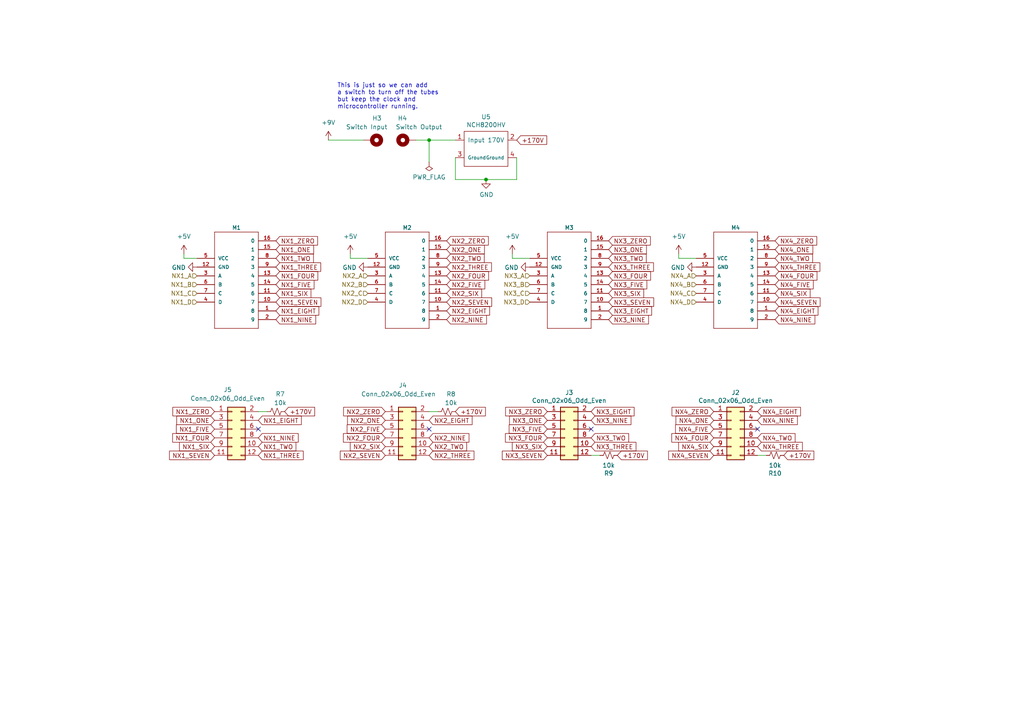
<source format=kicad_sch>
(kicad_sch (version 20211123) (generator eeschema)
  (paper "A4")
  (lib_symbols
    (symbol "Connector_Generic:Conn_02x06_Odd_Even" (pin_names (offset 1.016) hide)
      (property "Reference" "J" (at 1.27 7.62 0))
      (property "Value" "Conn_02x06_Odd_Even" (at 1.27 -10.16 0))
      (symbol "Conn_02x06_Odd_Even_1_1"
        (rectangle (start -1.27 -7.493) (end 0 -7.747) (stroke (width 0.1524)))
        (rectangle (start -1.27 -4.953) (end 0 -5.207) (stroke (width 0.1524)))
        (rectangle (start -1.27 -2.413) (end 0 -2.667) (stroke (width 0.1524)))
        (rectangle (start -1.27 0.127) (end 0 -0.127) (stroke (width 0.1524)))
        (rectangle (start -1.27 2.667) (end 0 2.413) (stroke (width 0.1524)))
        (rectangle (start -1.27 5.207) (end 0 4.953) (stroke (width 0.1524)))
        (rectangle (start -1.27 6.35) (end 3.81 -8.89) (stroke (width 0.254)) (fill (type background)))
        (rectangle (start 3.81 -7.493) (end 2.54 -7.747) (stroke (width 0.1524)))
        (rectangle (start 3.81 -4.953) (end 2.54 -5.207) (stroke (width 0.1524)))
        (rectangle (start 3.81 -2.413) (end 2.54 -2.667) (stroke (width 0.1524)))
        (rectangle (start 3.81 0.127) (end 2.54 -0.127) (stroke (width 0.1524)))
        (rectangle (start 3.81 2.667) (end 2.54 2.413) (stroke (width 0.1524)))
        (rectangle (start 3.81 5.207) (end 2.54 4.953) (stroke (width 0.1524)))
        (pin passive line (at -5.08 5.08 0) (length 3.81) (name "Pin_1") (number "1"))
        (pin passive line (at 7.62 -5.08 180) (length 3.81) (name "Pin_10") (number "10"))
        (pin passive line (at -5.08 -7.62 0) (length 3.81) (name "Pin_11") (number "11"))
        (pin passive line (at 7.62 -7.62 180) (length 3.81) (name "Pin_12") (number "12"))
        (pin passive line (at 7.62 5.08 180) (length 3.81) (name "Pin_2") (number "2"))
        (pin passive line (at -5.08 2.54 0) (length 3.81) (name "Pin_3") (number "3"))
        (pin passive line (at 7.62 2.54 180) (length 3.81) (name "Pin_4") (number "4"))
        (pin passive line (at -5.08 0 0) (length 3.81) (name "Pin_5") (number "5"))
        (pin passive line (at 7.62 0 180) (length 3.81) (name "Pin_6") (number "6"))
        (pin passive line (at -5.08 -2.54 0) (length 3.81) (name "Pin_7") (number "7"))
        (pin passive line (at 7.62 -2.54 180) (length 3.81) (name "Pin_8") (number "8"))
        (pin passive line (at -5.08 -5.08 0) (length 3.81) (name "Pin_9") (number "9"))
      )
    )
    (symbol "Device:R_Small_US" (pin_numbers hide) (pin_names (offset 0.254) hide)
      (property "Reference" "R" (at 0.762 0.508 0))
      (property "Value" "R_Small_US" (at 0.762 -1.016 0))
      (symbol "R_Small_US_1_1"
        (polyline (pts (xy 0 0) (xy 1.016 -0.381) (xy 0 -0.762) (xy -1.016 -1.143) (xy 0 -1.524)))
        (polyline (pts (xy 0 1.524) (xy 1.016 1.143) (xy 0 0.762) (xy -1.016 0.381) (xy 0 0)))
        (pin passive line (at 0 2.54 270) (length 1.016) (name "~") (number "1"))
        (pin passive line (at 0 -2.54 90) (length 1.016) (name "~") (number "2"))
      )
    )
    (symbol "Mechanical:MountingHole_Pad" (pin_numbers hide) (pin_names (offset 1.016) hide)
      (property "Reference" "H" (at 0 6.35 0))
      (property "Value" "MountingHole_Pad" (at 0 4.445 0))
      (symbol "MountingHole_Pad_0_1"
        (circle (center 0 1.27) (radius 1.27) (stroke (width 1.27)))
      )
      (symbol "MountingHole_Pad_1_1"
        (pin input line (at 0 -2.54 90) (length 2.54) (name "1") (number "1"))
      )
    )
    (symbol "nixiemisc:74141DIP16" (pin_names (offset 1.016))
      (symbol "74141DIP16_1_0"
        (polyline (pts (xy -7.62 -12.7) (xy 5.08 -12.7)))
        (polyline (pts (xy -7.62 15.24) (xy -7.62 -12.7)))
        (polyline (pts (xy 5.08 -12.7) (xy 5.08 15.24)))
        (polyline (pts (xy 5.08 15.24) (xy -7.62 15.24)))
      )
      (symbol "74141DIP16_1_1"
        (pin passive line (at 10.16 -7.62 180) (length 5.08) (name "8") (number "1"))
        (pin passive line (at 10.16 -5.08 180) (length 5.08) (name "7") (number "10"))
        (pin passive line (at 10.16 -2.54 180) (length 5.08) (name "6") (number "11"))
        (pin power_in line (at -12.7 5.08 0) (length 5.08) (name "GND") (number "12"))
        (pin passive line (at 10.16 2.54 180) (length 5.08) (name "4") (number "13"))
        (pin passive line (at 10.16 0 180) (length 5.08) (name "5") (number "14"))
        (pin passive line (at 10.16 10.16 180) (length 5.08) (name "1") (number "15"))
        (pin passive line (at 10.16 12.7 180) (length 5.08) (name "0") (number "16"))
        (pin passive line (at 10.16 -10.16 180) (length 5.08) (name "9") (number "2"))
        (pin passive line (at -12.7 2.54 0) (length 5.08) (name "A") (number "3"))
        (pin passive line (at -12.7 -5.08 0) (length 5.08) (name "D") (number "4"))
        (pin power_in line (at -12.7 7.62 0) (length 5.08) (name "VCC") (number "5"))
        (pin passive line (at -12.7 0 0) (length 5.08) (name "B") (number "6"))
        (pin passive line (at -12.7 -2.54 0) (length 5.08) (name "C") (number "7"))
        (pin passive line (at 10.16 7.62 180) (length 5.08) (name "2") (number "8"))
        (pin passive line (at 10.16 5.08 180) (length 5.08) (name "3") (number "9"))
      )
    )
    (symbol "nixiemisc:NCH8200HV" (pin_names (offset 1.016))
      (property "Reference" "U" (at 0 8.89 0))
      (property "Value" "nixiemisc_NCH8200HV" (at 0 6.35 0))
      (symbol "NCH8200HV_0_1"
        (rectangle (start -6.35 5.08) (end 6.35 -5.08))
      )
      (symbol "NCH8200HV_1_1"
        (pin power_in line (at -8.89 2.54 0) (length 2.54) (name "Input") (number "1"))
        (pin power_out line (at 8.89 2.54 180) (length 2.54) (name "170V") (number "2"))
        (pin power_in line (at -8.89 -2.54 0) (length 2.54) (name "Ground") (number "3"))
        (pin power_in line (at 8.89 -2.54 180) (length 2.54) (name "Ground") (number "4"))
      )
    )
    (symbol "power:+5V" (power) (pin_names (offset 0))
      (property "Value" "+5V" (at 0 3.556 0))
      (symbol "+5V_0_1"
        (polyline (pts (xy -0.762 1.27) (xy 0 2.54)))
        (polyline (pts (xy 0 0) (xy 0 2.54)))
        (polyline (pts (xy 0 2.54) (xy 0.762 1.27)))
      )
      (symbol "+5V_1_1"
        (pin power_in line (at 0 0 90) (length 0) hide (name "+5V") (number "1"))
      )
    )
    (symbol "power:+9V" (power) (pin_names (offset 0))
      (property "Value" "+9V" (at 0 3.556 0))
      (symbol "+9V_0_1"
        (polyline (pts (xy -0.762 1.27) (xy 0 2.54)))
        (polyline (pts (xy 0 0) (xy 0 2.54)))
        (polyline (pts (xy 0 2.54) (xy 0.762 1.27)))
      )
      (symbol "+9V_1_1"
        (pin power_in line (at 0 0 90) (length 0) hide (name "+9V") (number "1"))
      )
    )
    (symbol "power:GND" (power) (pin_names (offset 0))
      (property "Value" "GND" (at 0 -3.81 0))
      (symbol "GND_0_1"
        (polyline (pts (xy 0 0) (xy 0 -1.27) (xy 1.27 -1.27) (xy 0 -2.54) (xy -1.27 -1.27) (xy 0 -1.27)))
      )
      (symbol "GND_1_1"
        (pin power_in line (at 0 0 270) (length 0) hide (name "GND") (number "1"))
      )
    )
    (symbol "power:PWR_FLAG" (power) (pin_numbers hide) (pin_names (offset 0) hide)
      (property "Value" "PWR_FLAG" (at 0 3.81 0))
      (symbol "PWR_FLAG_0_0"
        (pin power_out line (at 0 0 90) (length 0) (name "pwr") (number "1"))
      )
      (symbol "PWR_FLAG_0_1"
        (polyline (pts (xy 0 0) (xy 0 1.27) (xy -1.016 1.905) (xy 0 2.54) (xy 1.016 1.905) (xy 0 1.27)))
      )
    )
  )
  (junction (at 124.46 40.64))
  (junction (at 140.97 52.07))
  (no_connect (at 171.45 124.46))
  (no_connect (at 124.46 124.46))
  (no_connect (at 74.93 124.46))
  (no_connect (at 219.71 124.46))
  (wire (pts (xy 149.86 52.07) (xy 149.86 45.72)))
  (wire (pts (xy 196.85 73.66) (xy 196.85 74.93)))
  (wire (pts (xy 132.08 52.07) (xy 140.97 52.07)))
  (wire (pts (xy 148.59 73.66) (xy 148.59 74.93)))
  (wire (pts (xy 101.6 74.93) (xy 106.68 74.93)))
  (wire (pts (xy 95.25 40.64) (xy 105.41 40.64)))
  (wire (pts (xy 127 119.38) (xy 124.46 119.38)))
  (wire (pts (xy 120.65 40.64) (xy 124.46 40.64)))
  (wire (pts (xy 101.6 73.66) (xy 101.6 74.93)))
  (wire (pts (xy 53.34 73.66) (xy 53.34 74.93)))
  (wire (pts (xy 53.34 74.93) (xy 57.15 74.93)))
  (wire (pts (xy 148.59 74.93) (xy 153.67 74.93)))
  (wire (pts (xy 124.46 40.64) (xy 124.46 46.99)))
  (wire (pts (xy 171.45 132.08) (xy 173.99 132.08)))
  (wire (pts (xy 124.46 40.64) (xy 132.08 40.64)))
  (wire (pts (xy 77.47 119.38) (xy 74.93 119.38)))
  (wire (pts (xy 196.85 74.93) (xy 201.93 74.93)))
  (wire (pts (xy 132.08 45.72) (xy 132.08 52.07)))
  (wire (pts (xy 219.71 132.08) (xy 222.25 132.08)))
  (wire (pts (xy 140.97 52.07) (xy 149.86 52.07)))
  (text "This is just so we can add\na switch to turn off the tubes\nbut keep the clock and \nmicrocontroller running." (at 97.79 31.75 0) (effects (font (size 1.27 1.27)) (justify left bottom)))
  (global_label "NX2_EIGHT" (shape input) (at 129.54 90.17 0) (property "Intersheet References" "${INTERSHEET_REFS}" (effects hide)))
  (global_label "NX4_THREE" (shape input) (at 224.79 77.47 0) (property "Intersheet References" "${INTERSHEET_REFS}" (effects hide)))
  (global_label "NX2_FIVE" (shape input) (at 111.76 124.46 180) (property "Intersheet References" "${INTERSHEET_REFS}" (effects hide)))
  (global_label "NX3_SEVEN" (shape input) (at 158.75 132.08 180) (property "Intersheet References" "${INTERSHEET_REFS}" (effects hide)))
  (global_label "NX2_NINE" (shape input) (at 124.46 127 0) (property "Intersheet References" "${INTERSHEET_REFS}" (effects hide)))
  (global_label "NX4_TWO" (shape input) (at 219.71 127 0) (property "Intersheet References" "${INTERSHEET_REFS}" (effects hide)))
  (global_label "NX4_NINE" (shape input) (at 224.79 92.71 0) (property "Intersheet References" "${INTERSHEET_REFS}" (effects hide)))
  (global_label "NX2_ZERO" (shape input) (at 129.54 69.85 0) (property "Intersheet References" "${INTERSHEET_REFS}" (effects hide)))
  (global_label "NX4_TWO" (shape input) (at 224.79 74.93 0) (property "Intersheet References" "${INTERSHEET_REFS}" (effects hide)))
  (global_label "NX4_ZERO" (shape input) (at 207.01 119.38 180) (property "Intersheet References" "${INTERSHEET_REFS}" (effects hide)))
  (global_label "NX3_NINE" (shape input) (at 171.45 121.92 0) (property "Intersheet References" "${INTERSHEET_REFS}" (effects hide)))
  (global_label "NX3_SIX" (shape input) (at 158.75 129.54 180) (property "Intersheet References" "${INTERSHEET_REFS}" (effects hide)))
  (global_label "NX1_THREE" (shape input) (at 74.93 132.08 0) (property "Intersheet References" "${INTERSHEET_REFS}" (effects hide)))
  (global_label "+170V" (shape input) (at 149.86 40.64 0) (property "Intersheet References" "${INTERSHEET_REFS}" (effects hide)))
  (global_label "NX1_SIX" (shape input) (at 80.01 85.09 0) (property "Intersheet References" "${INTERSHEET_REFS}" (effects hide)))
  (global_label "+170V" (shape input) (at 179.07 132.08 0) (property "Intersheet References" "${INTERSHEET_REFS}" (effects hide)))
  (global_label "NX2_SIX" (shape input) (at 111.76 129.54 180) (property "Intersheet References" "${INTERSHEET_REFS}" (effects hide)))
  (global_label "NX4_ONE" (shape input) (at 224.79 72.39 0) (property "Intersheet References" "${INTERSHEET_REFS}" (effects hide)))
  (global_label "NX2_TWO" (shape input) (at 129.54 74.93 0) (property "Intersheet References" "${INTERSHEET_REFS}" (effects hide)))
  (global_label "+170V" (shape input) (at 82.55 119.38 0) (property "Intersheet References" "${INTERSHEET_REFS}" (effects hide)))
  (global_label "NX3_FOUR" (shape input) (at 158.75 127 180) (property "Intersheet References" "${INTERSHEET_REFS}" (effects hide)))
  (global_label "NX1_THREE" (shape input) (at 80.01 77.47 0) (property "Intersheet References" "${INTERSHEET_REFS}" (effects hide)))
  (global_label "NX1_EIGHT" (shape input) (at 80.01 90.17 0) (property "Intersheet References" "${INTERSHEET_REFS}" (effects hide)))
  (global_label "NX1_TWO" (shape input) (at 74.93 129.54 0) (property "Intersheet References" "${INTERSHEET_REFS}" (effects hide)))
  (global_label "NX3_ZERO" (shape input) (at 176.53 69.85 0) (property "Intersheet References" "${INTERSHEET_REFS}" (effects hide)))
  (global_label "NX1_SEVEN" (shape input) (at 62.23 132.08 180) (property "Intersheet References" "${INTERSHEET_REFS}" (effects hide)))
  (global_label "NX3_SEVEN" (shape input) (at 176.53 87.63 0) (property "Intersheet References" "${INTERSHEET_REFS}" (effects hide)))
  (global_label "NX2_EIGHT" (shape input) (at 124.46 121.92 0) (property "Intersheet References" "${INTERSHEET_REFS}" (effects hide)))
  (global_label "NX2_FIVE" (shape input) (at 129.54 82.55 0) (property "Intersheet References" "${INTERSHEET_REFS}" (effects hide)))
  (global_label "NX1_ONE" (shape input) (at 80.01 72.39 0) (property "Intersheet References" "${INTERSHEET_REFS}" (effects hide)))
  (global_label "NX3_ONE" (shape input) (at 176.53 72.39 0) (property "Intersheet References" "${INTERSHEET_REFS}" (effects hide)))
  (global_label "NX3_EIGHT" (shape input) (at 176.53 90.17 0) (property "Intersheet References" "${INTERSHEET_REFS}" (effects hide)))
  (global_label "NX2_FOUR" (shape input) (at 129.54 80.01 0) (property "Intersheet References" "${INTERSHEET_REFS}" (effects hide)))
  (global_label "NX1_FIVE" (shape input) (at 62.23 124.46 180) (property "Intersheet References" "${INTERSHEET_REFS}" (effects hide)))
  (global_label "NX4_NINE" (shape input) (at 219.71 121.92 0) (property "Intersheet References" "${INTERSHEET_REFS}" (effects hide)))
  (global_label "NX2_SIX" (shape input) (at 129.54 85.09 0) (property "Intersheet References" "${INTERSHEET_REFS}" (effects hide)))
  (global_label "NX1_ZERO" (shape input) (at 80.01 69.85 0) (property "Intersheet References" "${INTERSHEET_REFS}" (effects hide)))
  (global_label "NX3_THREE" (shape input) (at 176.53 77.47 0) (property "Intersheet References" "${INTERSHEET_REFS}" (effects hide)))
  (global_label "NX3_ZERO" (shape input) (at 158.75 119.38 180) (property "Intersheet References" "${INTERSHEET_REFS}" (effects hide)))
  (global_label "NX1_SEVEN" (shape input) (at 80.01 87.63 0) (property "Intersheet References" "${INTERSHEET_REFS}" (effects hide)))
  (global_label "NX2_ONE" (shape input) (at 129.54 72.39 0) (property "Intersheet References" "${INTERSHEET_REFS}" (effects hide)))
  (global_label "NX2_FOUR" (shape input) (at 111.76 127 180) (property "Intersheet References" "${INTERSHEET_REFS}" (effects hide)))
  (global_label "NX2_SEVEN" (shape input) (at 111.76 132.08 180) (property "Intersheet References" "${INTERSHEET_REFS}" (effects hide)))
  (global_label "NX4_SEVEN" (shape input) (at 224.79 87.63 0) (property "Intersheet References" "${INTERSHEET_REFS}" (effects hide)))
  (global_label "NX4_SIX" (shape input) (at 207.01 129.54 180) (property "Intersheet References" "${INTERSHEET_REFS}" (effects hide)))
  (global_label "NX3_ONE" (shape input) (at 158.75 121.92 180) (property "Intersheet References" "${INTERSHEET_REFS}" (effects hide)))
  (global_label "NX3_NINE" (shape input) (at 176.53 92.71 0) (property "Intersheet References" "${INTERSHEET_REFS}" (effects hide)))
  (global_label "NX2_ONE" (shape input) (at 111.76 121.92 180) (property "Intersheet References" "${INTERSHEET_REFS}" (effects hide)))
  (global_label "+170V" (shape input) (at 132.08 119.38 0) (property "Intersheet References" "${INTERSHEET_REFS}" (effects hide)))
  (global_label "NX4_FOUR" (shape input) (at 224.79 80.01 0) (property "Intersheet References" "${INTERSHEET_REFS}" (effects hide)))
  (global_label "NX2_TWO" (shape input) (at 124.46 129.54 0) (property "Intersheet References" "${INTERSHEET_REFS}" (effects hide)))
  (global_label "NX4_FOUR" (shape input) (at 207.01 127 180) (property "Intersheet References" "${INTERSHEET_REFS}" (effects hide)))
  (global_label "NX3_THREE" (shape input) (at 171.45 129.54 0) (property "Intersheet References" "${INTERSHEET_REFS}" (effects hide)))
  (global_label "NX2_THREE" (shape input) (at 129.54 77.47 0) (property "Intersheet References" "${INTERSHEET_REFS}" (effects hide)))
  (global_label "NX2_ZERO" (shape input) (at 111.76 119.38 180) (property "Intersheet References" "${INTERSHEET_REFS}" (effects hide)))
  (global_label "NX1_SIX" (shape input) (at 62.23 129.54 180) (property "Intersheet References" "${INTERSHEET_REFS}" (effects hide)))
  (global_label "NX3_TWO" (shape input) (at 176.53 74.93 0) (property "Intersheet References" "${INTERSHEET_REFS}" (effects hide)))
  (global_label "NX2_THREE" (shape input) (at 124.46 132.08 0) (property "Intersheet References" "${INTERSHEET_REFS}" (effects hide)))
  (global_label "NX3_TWO" (shape input) (at 171.45 127 0) (property "Intersheet References" "${INTERSHEET_REFS}" (effects hide)))
  (global_label "NX1_ZERO" (shape input) (at 62.23 119.38 180) (property "Intersheet References" "${INTERSHEET_REFS}" (effects hide)))
  (global_label "+170V" (shape input) (at 227.33 132.08 0) (property "Intersheet References" "${INTERSHEET_REFS}" (effects hide)))
  (global_label "NX1_NINE" (shape input) (at 80.01 92.71 0) (property "Intersheet References" "${INTERSHEET_REFS}" (effects hide)))
  (global_label "NX3_EIGHT" (shape input) (at 171.45 119.38 0) (property "Intersheet References" "${INTERSHEET_REFS}" (effects hide)))
  (global_label "NX1_TWO" (shape input) (at 80.01 74.93 0) (property "Intersheet References" "${INTERSHEET_REFS}" (effects hide)))
  (global_label "NX4_SEVEN" (shape input) (at 207.01 132.08 180) (property "Intersheet References" "${INTERSHEET_REFS}" (effects hide)))
  (global_label "NX1_EIGHT" (shape input) (at 74.93 121.92 0) (property "Intersheet References" "${INTERSHEET_REFS}" (effects hide)))
  (global_label "NX3_FOUR" (shape input) (at 176.53 80.01 0) (property "Intersheet References" "${INTERSHEET_REFS}" (effects hide)))
  (global_label "NX1_FOUR" (shape input) (at 62.23 127 180) (property "Intersheet References" "${INTERSHEET_REFS}" (effects hide)))
  (global_label "NX4_EIGHT" (shape input) (at 224.79 90.17 0) (property "Intersheet References" "${INTERSHEET_REFS}" (effects hide)))
  (global_label "NX3_FIVE" (shape input) (at 176.53 82.55 0) (property "Intersheet References" "${INTERSHEET_REFS}" (effects hide)))
  (global_label "NX4_FIVE" (shape input) (at 207.01 124.46 180) (property "Intersheet References" "${INTERSHEET_REFS}" (effects hide)))
  (global_label "NX4_ONE" (shape input) (at 207.01 121.92 180) (property "Intersheet References" "${INTERSHEET_REFS}" (effects hide)))
  (global_label "NX1_ONE" (shape input) (at 62.23 121.92 180) (property "Intersheet References" "${INTERSHEET_REFS}" (effects hide)))
  (global_label "NX3_SIX" (shape input) (at 176.53 85.09 0) (property "Intersheet References" "${INTERSHEET_REFS}" (effects hide)))
  (global_label "NX1_FOUR" (shape input) (at 80.01 80.01 0) (property "Intersheet References" "${INTERSHEET_REFS}" (effects hide)))
  (global_label "NX4_THREE" (shape input) (at 219.71 129.54 0) (property "Intersheet References" "${INTERSHEET_REFS}" (effects hide)))
  (global_label "NX2_SEVEN" (shape input) (at 129.54 87.63 0) (property "Intersheet References" "${INTERSHEET_REFS}" (effects hide)))
  (global_label "NX4_SIX" (shape input) (at 224.79 85.09 0) (property "Intersheet References" "${INTERSHEET_REFS}" (effects hide)))
  (global_label "NX4_FIVE" (shape input) (at 224.79 82.55 0) (property "Intersheet References" "${INTERSHEET_REFS}" (effects hide)))
  (global_label "NX1_NINE" (shape input) (at 74.93 127 0) (property "Intersheet References" "${INTERSHEET_REFS}" (effects hide)))
  (global_label "NX2_NINE" (shape input) (at 129.54 92.71 0) (property "Intersheet References" "${INTERSHEET_REFS}" (effects hide)))
  (global_label "NX4_ZERO" (shape input) (at 224.79 69.85 0) (property "Intersheet References" "${INTERSHEET_REFS}" (effects hide)))
  (global_label "NX4_EIGHT" (shape input) (at 219.71 119.38 0) (property "Intersheet References" "${INTERSHEET_REFS}" (effects hide)))
  (global_label "NX3_FIVE" (shape input) (at 158.75 124.46 180) (property "Intersheet References" "${INTERSHEET_REFS}" (effects hide)))
  (global_label "NX1_FIVE" (shape input) (at 80.01 82.55 0) (property "Intersheet References" "${INTERSHEET_REFS}" (effects hide)))
  (hierarchical_label "NX4_B" (shape input) (at 201.93 82.55 180))
  (hierarchical_label "NX2_C" (shape input) (at 106.68 85.09 180))
  (hierarchical_label "NX1_A" (shape input) (at 57.15 80.01 180))
  (hierarchical_label "NX1_B" (shape input) (at 57.15 82.55 180))
  (hierarchical_label "NX4_A" (shape input) (at 201.93 80.01 180))
  (hierarchical_label "NX3_B" (shape input) (at 153.67 82.55 180))
  (hierarchical_label "NX3_C" (shape input) (at 153.67 85.09 180))
  (hierarchical_label "NX3_A" (shape input) (at 153.67 80.01 180))
  (hierarchical_label "NX2_D" (shape input) (at 106.68 87.63 180))
  (hierarchical_label "NX2_B" (shape input) (at 106.68 82.55 180))
  (hierarchical_label "NX1_D" (shape input) (at 57.15 87.63 180))
  (hierarchical_label "NX2_A" (shape input) (at 106.68 80.01 180))
  (hierarchical_label "NX1_C" (shape input) (at 57.15 85.09 180))
  (hierarchical_label "NX4_C" (shape input) (at 201.93 85.09 180))
  (hierarchical_label "NX4_D" (shape input) (at 201.93 87.63 180))
  (hierarchical_label "NX3_D" (shape input) (at 153.67 87.63 180))
  (symbol (lib_id "nixiemisc:NCH8200HV") (at 140.97 43.18 0) (unit 1)
    (property "Reference" "U5" (at 140.97 33.909 0))
    (property "Value" "NCH8200HV" (at 140.97 36.2204 0))
    (property "Footprint" "Module:NCH8200HV" (effects hide))
  )
  (symbol (lib_id "power:GND") (at 140.97 52.07 0) (unit 1)
    (property "Reference" "#PWR0110" (effects hide))
    (property "Value" "GND" (at 141.097 56.4642 0))
  )
  (symbol (lib_id "nixiemisc:74141DIP16") (at 214.63 82.55 0) (unit 1)
    (property "Reference" "M4" (at 213.36 66.04 0) (effects (font (size 1.143 1.143))))
    (property "Value" "74141DIP16" (effects hide))
    (property "Footprint" "nixiemisc:nixiemisc-DIP16" (effects hide))
  )
  (symbol (lib_id "nixiemisc:74141DIP16") (at 166.37 82.55 0) (unit 1)
    (property "Reference" "M3" (at 165.1 66.04 0) (effects (font (size 1.143 1.143))))
    (property "Value" "74141DIP16" (effects hide))
    (property "Footprint" "nixiemisc:nixiemisc-DIP16" (effects hide))
  )
  (symbol (lib_id "nixiemisc:74141DIP16") (at 119.38 82.55 0) (unit 1)
    (property "Reference" "M2" (at 118.11 66.04 0) (effects (font (size 1.143 1.143))))
    (property "Value" "74141DIP16" (effects hide))
    (property "Footprint" "nixiemisc:nixiemisc-DIP16" (effects hide))
  )
  (symbol (lib_id "nixiemisc:74141DIP16") (at 69.85 82.55 0) (unit 1)
    (property "Reference" "M1" (at 68.58 66.04 0) (effects (font (size 1.143 1.143))))
    (property "Value" "74141DIP16" (effects hide))
    (property "Footprint" "nixiemisc:nixiemisc-DIP16" (effects hide))
  )
  (symbol (lib_id "power:GND") (at 106.68 77.47 270) (unit 1)
    (property "Reference" "#PWR0111" (effects hide))
    (property "Value" "GND" (at 103.4288 77.597 90) (effects (justify right)))
  )
  (symbol (lib_id "power:GND") (at 57.15 77.47 270) (unit 1)
    (property "Reference" "#PWR0112" (effects hide))
    (property "Value" "GND" (at 53.8988 77.597 90) (effects (justify right)))
  )
  (symbol (lib_id "power:GND") (at 153.67 77.47 270) (unit 1)
    (property "Reference" "#PWR0113" (effects hide))
    (property "Value" "GND" (at 150.4188 77.597 90) (effects (justify right)))
  )
  (symbol (lib_id "power:GND") (at 201.93 77.47 270) (unit 1)
    (property "Reference" "#PWR0114" (effects hide))
    (property "Value" "GND" (at 198.6788 77.597 90) (effects (justify right)))
  )
  (symbol (lib_id "Mechanical:MountingHole_Pad") (at 107.95 40.64 270) (unit 1)
    (property "Reference" "H3" (at 107.95 34.29 90) (effects (justify left)))
    (property "Value" "Switch Input" (at 100.33 36.83 90) (effects (justify left)))
    (property "Footprint" "Connector_Wire:SolderWire-0.25sqmm_1x01_D0.65mm_OD1.7mm" (effects hide))
  )
  (symbol (lib_id "Mechanical:MountingHole_Pad") (at 118.11 40.64 90) (unit 1)
    (property "Reference" "H4" (at 118.11 34.29 90) (effects (justify left)))
    (property "Value" "Switch Output" (at 128.27 36.83 90) (effects (justify left)))
    (property "Footprint" "Connector_Wire:SolderWire-0.25sqmm_1x01_D0.65mm_OD1.7mm" (effects hide))
  )
  (symbol (lib_id "Connector_Generic:Conn_02x06_Odd_Even") (at 212.09 124.46 0) (unit 1)
    (property "Reference" "J2" (at 213.36 113.8682 0))
    (property "Value" "Conn_02x06_Odd_Even" (at 213.36 116.1796 0))
    (property "Footprint" "Connector_PinHeader_2.54mm:PinHeader_2x06_P2.54mm_Vertical" (effects hide))
  )
  (symbol (lib_id "Connector_Generic:Conn_02x06_Odd_Even") (at 163.83 124.46 0) (unit 1)
    (property "Reference" "J3" (at 165.1 113.8682 0))
    (property "Value" "Conn_02x06_Odd_Even" (at 165.1 116.1796 0))
    (property "Footprint" "Connector_PinHeader_2.54mm:PinHeader_2x06_P2.54mm_Vertical" (effects hide))
  )
  (symbol (lib_id "Connector_Generic:Conn_02x06_Odd_Even") (at 116.84 124.46 0) (unit 1)
    (property "Reference" "J4" (at 116.84 111.76 0))
    (property "Value" "Conn_02x06_Odd_Even" (at 115.57 114.3 0))
    (property "Footprint" "Connector_PinHeader_2.54mm:PinHeader_2x06_P2.54mm_Vertical" (effects hide))
  )
  (symbol (lib_id "Connector_Generic:Conn_02x06_Odd_Even") (at 67.31 124.46 0) (unit 1)
    (property "Reference" "J5" (at 66.04 113.03 0))
    (property "Value" "Conn_02x06_Odd_Even" (at 66.04 115.57 0))
    (property "Footprint" "Connector_PinHeader_2.54mm:PinHeader_2x06_P2.54mm_Vertical" (effects hide))
  )
  (symbol (lib_id "Device:R_Small_US") (at 80.01 119.38 90) (unit 1)
    (property "Reference" "R7" (at 81.28 114.3 90))
    (property "Value" "10k" (at 81.28 116.84 90))
    (property "Footprint" "Resistor_SMD:R_1206_3216Metric_Pad1.30x1.75mm_HandSolder" (effects hide))
  )
  (symbol (lib_id "Device:R_Small_US") (at 129.54 119.38 270) (unit 1)
    (property "Reference" "R8" (at 130.81 114.3 90))
    (property "Value" "10k" (at 130.81 116.84 90))
    (property "Footprint" "Resistor_SMD:R_1206_3216Metric_Pad1.30x1.75mm_HandSolder" (effects hide))
  )
  (symbol (lib_id "Device:R_Small_US") (at 176.53 132.08 90) (unit 1)
    (property "Reference" "R9" (at 176.53 137.287 90))
    (property "Value" "10k" (at 176.53 134.9756 90))
    (property "Footprint" "Resistor_SMD:R_1206_3216Metric_Pad1.30x1.75mm_HandSolder" (effects hide))
  )
  (symbol (lib_id "Device:R_Small_US") (at 224.79 132.08 90) (unit 1)
    (property "Reference" "R10" (at 224.79 137.287 90))
    (property "Value" "10k" (at 224.79 134.9756 90))
    (property "Footprint" "Resistor_SMD:R_1206_3216Metric_Pad1.30x1.75mm_HandSolder" (effects hide))
  )
  (symbol (lib_id "power:+9V") (at 95.25 40.64 0) (unit 1)
    (property "Reference" "#PWR0126" (effects hide))
    (property "Value" "+9V" (at 95.25 35.56 0))
  )
  (symbol (lib_id "power:PWR_FLAG") (at 124.46 46.99 180) (unit 1)
    (property "Reference" "#FLG0107" (effects hide))
    (property "Value" "PWR_FLAG" (at 124.46 51.3842 0))
  )
  (symbol (lib_id "power:+5V") (at 196.85 73.66 0) (unit 1)
    (property "Reference" "#PWR0127" (effects hide))
    (property "Value" "+5V" (at 196.85 68.58 0))
  )
  (symbol (lib_id "power:+5V") (at 148.59 73.66 0) (unit 1)
    (property "Reference" "#PWR0124" (effects hide))
    (property "Value" "+5V" (at 148.59 68.58 0))
  )
  (symbol (lib_id "power:+5V") (at 53.34 73.66 0) (unit 1)
    (property "Reference" "#PWR0128" (effects hide))
    (property "Value" "+5V" (at 53.34 68.58 0))
  )
  (symbol (lib_id "power:+5V") (at 101.6 73.66 0) (unit 1)
    (property "Reference" "#PWR0125" (effects hide))
    (property "Value" "+5V" (at 101.6 68.58 0))
  )
)
</source>
